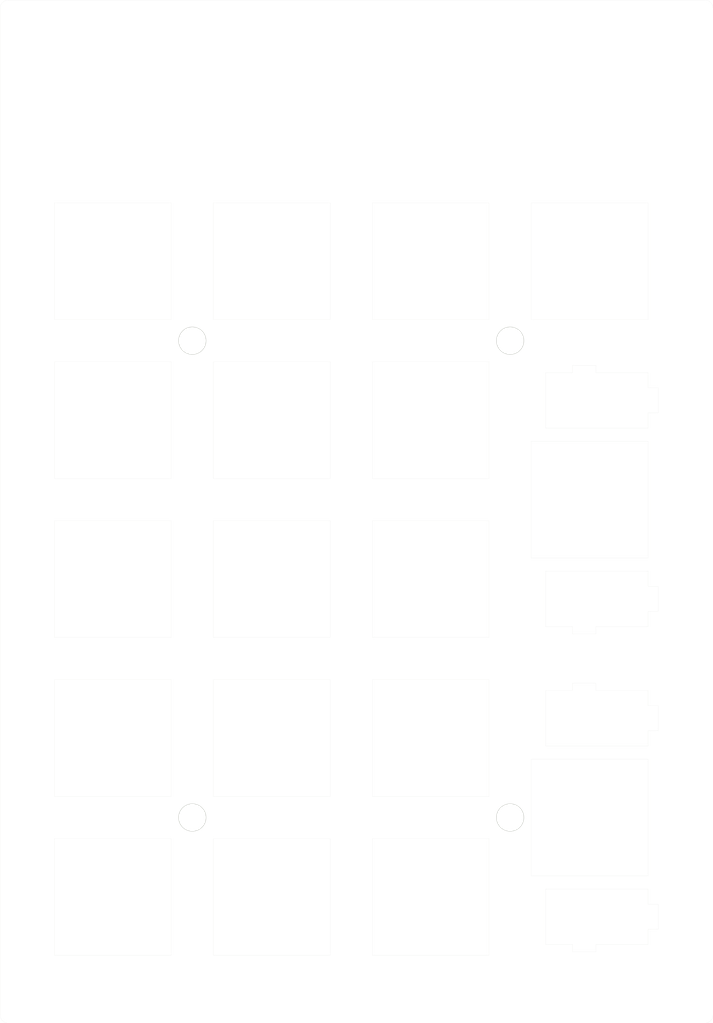
<source format=kicad_pcb>
(kicad_pcb (version 20171130) (host pcbnew "(5.1.6)-1")

  (general
    (thickness 1.6)
    (drawings 12)
    (tracks 0)
    (zones 0)
    (modules 22)
    (nets 1)
  )

  (page A4)
  (layers
    (0 F.Cu signal)
    (31 B.Cu signal)
    (32 B.Adhes user)
    (33 F.Adhes user)
    (34 B.Paste user)
    (35 F.Paste user)
    (36 B.SilkS user)
    (37 F.SilkS user)
    (38 B.Mask user)
    (39 F.Mask user)
    (40 Dwgs.User user)
    (41 Cmts.User user)
    (42 Eco1.User user)
    (43 Eco2.User user)
    (44 Edge.Cuts user)
    (45 Margin user)
    (46 B.CrtYd user)
    (47 F.CrtYd user)
    (48 B.Fab user)
    (49 F.Fab user)
  )

  (setup
    (last_trace_width 0.25)
    (user_trace_width 0.5)
    (user_trace_width 0.6)
    (trace_clearance 0.2)
    (zone_clearance 0.508)
    (zone_45_only no)
    (trace_min 0.2)
    (via_size 0.7)
    (via_drill 0.35)
    (via_min_size 0.4)
    (via_min_drill 0.3)
    (uvia_size 0.3)
    (uvia_drill 0.1)
    (uvias_allowed no)
    (uvia_min_size 0.2)
    (uvia_min_drill 0.1)
    (edge_width 0.01)
    (segment_width 0.2)
    (pcb_text_width 0.3)
    (pcb_text_size 1.5 1.5)
    (mod_edge_width 0.12)
    (mod_text_size 1 1)
    (mod_text_width 0.15)
    (pad_size 1.7526 1.7526)
    (pad_drill 1.0922)
    (pad_to_mask_clearance 0.051)
    (solder_mask_min_width 0.25)
    (aux_axis_origin 0 0)
    (grid_origin 127 73.025)
    (visible_elements 7FFFFFFF)
    (pcbplotparams
      (layerselection 0x010fc_ffffffff)
      (usegerberextensions false)
      (usegerberattributes false)
      (usegerberadvancedattributes false)
      (creategerberjobfile false)
      (excludeedgelayer true)
      (linewidth 0.100000)
      (plotframeref false)
      (viasonmask false)
      (mode 1)
      (useauxorigin false)
      (hpglpennumber 1)
      (hpglpenspeed 20)
      (hpglpendiameter 15.000000)
      (psnegative false)
      (psa4output false)
      (plotreference true)
      (plotvalue true)
      (plotinvisibletext false)
      (padsonsilk false)
      (subtractmaskfromsilk false)
      (outputformat 3)
      (mirror false)
      (drillshape 0)
      (scaleselection 1)
      (outputdirectory "Numpad_Case_DXF/"))
  )

  (net 0 "")

  (net_class Default "This is the default net class."
    (clearance 0.2)
    (trace_width 0.25)
    (via_dia 0.7)
    (via_drill 0.35)
    (uvia_dia 0.3)
    (uvia_drill 0.1)
  )

  (net_class Data ""
    (clearance 0.2)
    (trace_width 0.25)
    (via_dia 0.7)
    (via_drill 0.35)
    (uvia_dia 0.3)
    (uvia_drill 0.1)
  )

  (net_class Power ""
    (clearance 0.2)
    (trace_width 0.5)
    (via_dia 0.7)
    (via_drill 0.35)
    (uvia_dia 0.3)
    (uvia_drill 0.1)
  )

  (net_class Thing ""
    (clearance 0.2)
    (trace_width 0.6)
    (via_dia 0.7)
    (via_drill 0.35)
    (uvia_dia 0.3)
    (uvia_drill 0.1)
  )

  (module "Custom Parts:MX_Cutout_2U_Tight" (layer F.Cu) (tedit 5F61B744) (tstamp 5F627A56)
    (at 174.625 130.175 90)
    (path /5DBB9BAF)
    (fp_text reference SW19 (at 7.1 8.2 90) (layer F.SilkS) hide
      (effects (font (size 1 1) (thickness 0.15)))
    )
    (fp_text value MX (at -4.8 8.3 90) (layer F.Fab) hide
      (effects (font (size 1 1) (thickness 0.15)))
    )
    (fp_line (start 16.1 0.754) (end 15.225 0.754) (layer Edge.Cuts) (width 0.01))
    (fp_line (start 16.1 0.754) (end 16.1 -2.046) (layer Edge.Cuts) (width 0.01))
    (fp_line (start 16.1 -2.046) (end 15.225 -2.046) (layer Edge.Cuts) (width 0.01))
    (fp_line (start 13.4 8.224) (end 13.4 7.024) (layer Edge.Cuts) (width 0.01))
    (fp_line (start 10.4 8.224) (end 10.4 7.024) (layer Edge.Cuts) (width 0.01))
    (fp_line (start 15.225 7.024) (end 13.4 7.024) (layer Edge.Cuts) (width 0.01))
    (fp_line (start 10.4 7.024) (end 8.575 7.024) (layer Edge.Cuts) (width 0.01))
    (fp_line (start 13.4 8.224) (end 10.4 8.224) (layer Edge.Cuts) (width 0.01))
    (fp_line (start 15.225 7.024) (end 15.225 0.754) (layer Edge.Cuts) (width 0.01))
    (fp_line (start 15.225 -2.046) (end 15.225 -5.276) (layer Edge.Cuts) (width 0.01))
    (fp_line (start 15.225 -5.276) (end 8.575 -5.276) (layer Edge.Cuts) (width 0.01))
    (fp_line (start 8.575 7.024) (end 8.575 -5.276) (layer Edge.Cuts) (width 0.01))
    (fp_line (start 7 7) (end 7 -7) (layer Edge.Cuts) (width 0.01))
    (fp_line (start 7 -7) (end -7 -7) (layer Edge.Cuts) (width 0.01))
    (fp_line (start 7 7) (end -7 7) (layer Edge.Cuts) (width 0.01))
    (fp_line (start -7 7) (end -7 -7) (layer Edge.Cuts) (width 0.01))
    (fp_line (start -8.575 7.024) (end -10.4 7.024) (layer Edge.Cuts) (width 0.01))
    (fp_line (start -10.4 8.224) (end -10.4 7.024) (layer Edge.Cuts) (width 0.01))
    (fp_line (start -10.4 8.224) (end -13.4 8.224) (layer Edge.Cuts) (width 0.01))
    (fp_line (start -13.4 8.224) (end -13.4 7.024) (layer Edge.Cuts) (width 0.01))
    (fp_line (start -13.4 7.024) (end -15.225 7.024) (layer Edge.Cuts) (width 0.01))
    (fp_line (start -15.225 7.024) (end -15.225 0.754) (layer Edge.Cuts) (width 0.01))
    (fp_line (start -15.225 0.754) (end -16.1 0.754) (layer Edge.Cuts) (width 0.01))
    (fp_line (start -16.1 0.754) (end -16.1 -2.046) (layer Edge.Cuts) (width 0.01))
    (fp_line (start -15.225 -2.046) (end -16.1 -2.046) (layer Edge.Cuts) (width 0.01))
    (fp_line (start -15.225 -2.046) (end -15.225 -5.276) (layer Edge.Cuts) (width 0.01))
    (fp_line (start -8.575 -5.276) (end -15.225 -5.276) (layer Edge.Cuts) (width 0.01))
    (fp_line (start -8.575 7.024) (end -8.575 -5.276) (layer Edge.Cuts) (width 0.01))
  )

  (module "Custom Parts:MX_Cutout_2U_Tight" (layer F.Cu) (tedit 5F61B744) (tstamp 5F6277DA)
    (at 174.625 92.075 90)
    (path /5DBA68FB)
    (fp_text reference SW18 (at 7.1 8.2 90) (layer F.SilkS) hide
      (effects (font (size 1 1) (thickness 0.15)))
    )
    (fp_text value MX (at -4.8 8.3 90) (layer F.Fab) hide
      (effects (font (size 1 1) (thickness 0.15)))
    )
    (fp_line (start 16.1 0.754) (end 15.225 0.754) (layer Edge.Cuts) (width 0.01))
    (fp_line (start 16.1 0.754) (end 16.1 -2.046) (layer Edge.Cuts) (width 0.01))
    (fp_line (start 16.1 -2.046) (end 15.225 -2.046) (layer Edge.Cuts) (width 0.01))
    (fp_line (start 13.4 8.224) (end 13.4 7.024) (layer Edge.Cuts) (width 0.01))
    (fp_line (start 10.4 8.224) (end 10.4 7.024) (layer Edge.Cuts) (width 0.01))
    (fp_line (start 15.225 7.024) (end 13.4 7.024) (layer Edge.Cuts) (width 0.01))
    (fp_line (start 10.4 7.024) (end 8.575 7.024) (layer Edge.Cuts) (width 0.01))
    (fp_line (start 13.4 8.224) (end 10.4 8.224) (layer Edge.Cuts) (width 0.01))
    (fp_line (start 15.225 7.024) (end 15.225 0.754) (layer Edge.Cuts) (width 0.01))
    (fp_line (start 15.225 -2.046) (end 15.225 -5.276) (layer Edge.Cuts) (width 0.01))
    (fp_line (start 15.225 -5.276) (end 8.575 -5.276) (layer Edge.Cuts) (width 0.01))
    (fp_line (start 8.575 7.024) (end 8.575 -5.276) (layer Edge.Cuts) (width 0.01))
    (fp_line (start 7 7) (end 7 -7) (layer Edge.Cuts) (width 0.01))
    (fp_line (start 7 -7) (end -7 -7) (layer Edge.Cuts) (width 0.01))
    (fp_line (start 7 7) (end -7 7) (layer Edge.Cuts) (width 0.01))
    (fp_line (start -7 7) (end -7 -7) (layer Edge.Cuts) (width 0.01))
    (fp_line (start -8.575 7.024) (end -10.4 7.024) (layer Edge.Cuts) (width 0.01))
    (fp_line (start -10.4 8.224) (end -10.4 7.024) (layer Edge.Cuts) (width 0.01))
    (fp_line (start -10.4 8.224) (end -13.4 8.224) (layer Edge.Cuts) (width 0.01))
    (fp_line (start -13.4 8.224) (end -13.4 7.024) (layer Edge.Cuts) (width 0.01))
    (fp_line (start -13.4 7.024) (end -15.225 7.024) (layer Edge.Cuts) (width 0.01))
    (fp_line (start -15.225 7.024) (end -15.225 0.754) (layer Edge.Cuts) (width 0.01))
    (fp_line (start -15.225 0.754) (end -16.1 0.754) (layer Edge.Cuts) (width 0.01))
    (fp_line (start -16.1 0.754) (end -16.1 -2.046) (layer Edge.Cuts) (width 0.01))
    (fp_line (start -15.225 -2.046) (end -16.1 -2.046) (layer Edge.Cuts) (width 0.01))
    (fp_line (start -15.225 -2.046) (end -15.225 -5.276) (layer Edge.Cuts) (width 0.01))
    (fp_line (start -8.575 -5.276) (end -15.225 -5.276) (layer Edge.Cuts) (width 0.01))
    (fp_line (start -8.575 7.024) (end -8.575 -5.276) (layer Edge.Cuts) (width 0.01))
  )

  (module "Custom Parts:MX_Cutout_Tight" (layer F.Cu) (tedit 5F61B72F) (tstamp 5F627ABF)
    (at 136.525 139.7)
    (path /5F65EF59)
    (fp_text reference SW11 (at 7.1 8.2) (layer F.SilkS) hide
      (effects (font (size 1 1) (thickness 0.15)))
    )
    (fp_text value MX (at -4.8 8.3) (layer F.Fab) hide
      (effects (font (size 1 1) (thickness 0.15)))
    )
    (fp_line (start -7 -7) (end -7 7) (layer Edge.Cuts) (width 0.01))
    (fp_line (start -7 7) (end 7 7) (layer Edge.Cuts) (width 0.01))
    (fp_line (start -7 -7) (end 7 -7) (layer Edge.Cuts) (width 0.01))
    (fp_line (start 7 -7) (end 7 7) (layer Edge.Cuts) (width 0.01))
  )

  (module "Custom Parts:MX_Cutout_Tight" (layer F.Cu) (tedit 5F61B72F) (tstamp 5F627A92)
    (at 117.475 139.7)
    (path /5F65E88B)
    (fp_text reference SW6 (at 7.1 8.2) (layer F.SilkS) hide
      (effects (font (size 1 1) (thickness 0.15)))
    )
    (fp_text value MX (at -4.8 8.3) (layer F.Fab) hide
      (effects (font (size 1 1) (thickness 0.15)))
    )
    (fp_line (start -7 -7) (end -7 7) (layer Edge.Cuts) (width 0.01))
    (fp_line (start -7 7) (end 7 7) (layer Edge.Cuts) (width 0.01))
    (fp_line (start -7 -7) (end 7 -7) (layer Edge.Cuts) (width 0.01))
    (fp_line (start 7 -7) (end 7 7) (layer Edge.Cuts) (width 0.01))
  )

  (module "Custom Parts:MX_Cutout_Tight" (layer F.Cu) (tedit 5F61B72F) (tstamp 5F627A29)
    (at 155.575 139.7)
    (path /5DBF2A61)
    (fp_text reference SW16 (at 7.1 8.2) (layer F.SilkS) hide
      (effects (font (size 1 1) (thickness 0.15)))
    )
    (fp_text value MX (at -4.8 8.3) (layer F.Fab) hide
      (effects (font (size 1 1) (thickness 0.15)))
    )
    (fp_line (start -7 -7) (end -7 7) (layer Edge.Cuts) (width 0.01))
    (fp_line (start -7 7) (end 7 7) (layer Edge.Cuts) (width 0.01))
    (fp_line (start -7 -7) (end 7 -7) (layer Edge.Cuts) (width 0.01))
    (fp_line (start 7 -7) (end 7 7) (layer Edge.Cuts) (width 0.01))
  )

  (module "Custom Parts:MX_Cutout_Tight" (layer F.Cu) (tedit 5F61B72F) (tstamp 5F6279FC)
    (at 155.575 120.65)
    (path /5DBD3C23)
    (fp_text reference SW15 (at 7.1 8.2) (layer F.SilkS) hide
      (effects (font (size 1 1) (thickness 0.15)))
    )
    (fp_text value MX (at -4.8 8.3) (layer F.Fab) hide
      (effects (font (size 1 1) (thickness 0.15)))
    )
    (fp_line (start -7 -7) (end -7 7) (layer Edge.Cuts) (width 0.01))
    (fp_line (start -7 7) (end 7 7) (layer Edge.Cuts) (width 0.01))
    (fp_line (start -7 -7) (end 7 -7) (layer Edge.Cuts) (width 0.01))
    (fp_line (start 7 -7) (end 7 7) (layer Edge.Cuts) (width 0.01))
  )

  (module "Custom Parts:MX_Cutout_Tight" (layer F.Cu) (tedit 5F61B72F) (tstamp 5F6279CF)
    (at 117.475 82.55)
    (path /5DBA68C5)
    (fp_text reference SW3 (at 7.1 8.2) (layer F.SilkS) hide
      (effects (font (size 1 1) (thickness 0.15)))
    )
    (fp_text value MX (at -4.8 8.3) (layer F.Fab) hide
      (effects (font (size 1 1) (thickness 0.15)))
    )
    (fp_line (start -7 -7) (end -7 7) (layer Edge.Cuts) (width 0.01))
    (fp_line (start -7 7) (end 7 7) (layer Edge.Cuts) (width 0.01))
    (fp_line (start -7 -7) (end 7 -7) (layer Edge.Cuts) (width 0.01))
    (fp_line (start 7 -7) (end 7 7) (layer Edge.Cuts) (width 0.01))
  )

  (module "Custom Parts:MX_Cutout_Tight" (layer F.Cu) (tedit 5F61B72F) (tstamp 5F6279A2)
    (at 136.525 120.65)
    (path /5DBD3C11)
    (fp_text reference SW10 (at 7.1 8.2) (layer F.SilkS) hide
      (effects (font (size 1 1) (thickness 0.15)))
    )
    (fp_text value MX (at -4.8 8.3) (layer F.Fab) hide
      (effects (font (size 1 1) (thickness 0.15)))
    )
    (fp_line (start -7 -7) (end -7 7) (layer Edge.Cuts) (width 0.01))
    (fp_line (start -7 7) (end 7 7) (layer Edge.Cuts) (width 0.01))
    (fp_line (start -7 -7) (end 7 -7) (layer Edge.Cuts) (width 0.01))
    (fp_line (start 7 -7) (end 7 7) (layer Edge.Cuts) (width 0.01))
  )

  (module "Custom Parts:MX_Cutout_Tight" (layer F.Cu) (tedit 5F61B72F) (tstamp 5F627975)
    (at 136.525 82.55)
    (path /5DBA68D7)
    (fp_text reference SW8 (at 7.1 8.2) (layer F.SilkS) hide
      (effects (font (size 1 1) (thickness 0.15)))
    )
    (fp_text value MX (at -4.8 8.3) (layer F.Fab) hide
      (effects (font (size 1 1) (thickness 0.15)))
    )
    (fp_line (start -7 -7) (end -7 7) (layer Edge.Cuts) (width 0.01))
    (fp_line (start -7 7) (end 7 7) (layer Edge.Cuts) (width 0.01))
    (fp_line (start -7 -7) (end 7 -7) (layer Edge.Cuts) (width 0.01))
    (fp_line (start 7 -7) (end 7 7) (layer Edge.Cuts) (width 0.01))
  )

  (module "Custom Parts:MX_Cutout_Tight" (layer F.Cu) (tedit 5F61B72F) (tstamp 5F627948)
    (at 117.475 101.6)
    (path /5DBB9B79)
    (fp_text reference SW4 (at 7.1 8.2) (layer F.SilkS) hide
      (effects (font (size 1 1) (thickness 0.15)))
    )
    (fp_text value MX (at -4.8 8.3) (layer F.Fab) hide
      (effects (font (size 1 1) (thickness 0.15)))
    )
    (fp_line (start -7 -7) (end -7 7) (layer Edge.Cuts) (width 0.01))
    (fp_line (start -7 7) (end 7 7) (layer Edge.Cuts) (width 0.01))
    (fp_line (start -7 -7) (end 7 -7) (layer Edge.Cuts) (width 0.01))
    (fp_line (start 7 -7) (end 7 7) (layer Edge.Cuts) (width 0.01))
  )

  (module "Custom Parts:MX_Cutout_Tight" (layer F.Cu) (tedit 5F61B72F) (tstamp 5F62791B)
    (at 136.525 63.5)
    (path /5DB6DBBF)
    (fp_text reference SW7 (at 7.1 8.2) (layer F.SilkS) hide
      (effects (font (size 1 1) (thickness 0.15)))
    )
    (fp_text value MX (at -4.8 8.3) (layer F.Fab) hide
      (effects (font (size 1 1) (thickness 0.15)))
    )
    (fp_line (start -7 -7) (end -7 7) (layer Edge.Cuts) (width 0.01))
    (fp_line (start -7 7) (end 7 7) (layer Edge.Cuts) (width 0.01))
    (fp_line (start -7 -7) (end 7 -7) (layer Edge.Cuts) (width 0.01))
    (fp_line (start 7 -7) (end 7 7) (layer Edge.Cuts) (width 0.01))
  )

  (module "Custom Parts:MX_Cutout_Tight" (layer F.Cu) (tedit 5F61B72F) (tstamp 5F6278EE)
    (at 155.575 63.5)
    (path /5DB7CFC1)
    (fp_text reference SW12 (at 7.1 8.2) (layer F.SilkS) hide
      (effects (font (size 1 1) (thickness 0.15)))
    )
    (fp_text value MX (at -4.8 8.3) (layer F.Fab) hide
      (effects (font (size 1 1) (thickness 0.15)))
    )
    (fp_line (start -7 -7) (end -7 7) (layer Edge.Cuts) (width 0.01))
    (fp_line (start -7 7) (end 7 7) (layer Edge.Cuts) (width 0.01))
    (fp_line (start -7 -7) (end 7 -7) (layer Edge.Cuts) (width 0.01))
    (fp_line (start 7 -7) (end 7 7) (layer Edge.Cuts) (width 0.01))
  )

  (module "Custom Parts:MX_Cutout_Tight" (layer F.Cu) (tedit 5F61B72F) (tstamp 5F6278C1)
    (at 117.475 120.65)
    (path /5DBD3BFF)
    (fp_text reference SW5 (at 7.1 8.2) (layer F.SilkS) hide
      (effects (font (size 1 1) (thickness 0.15)))
    )
    (fp_text value MX (at -4.8 8.3) (layer F.Fab) hide
      (effects (font (size 1 1) (thickness 0.15)))
    )
    (fp_line (start -7 -7) (end -7 7) (layer Edge.Cuts) (width 0.01))
    (fp_line (start -7 7) (end 7 7) (layer Edge.Cuts) (width 0.01))
    (fp_line (start -7 -7) (end 7 -7) (layer Edge.Cuts) (width 0.01))
    (fp_line (start 7 -7) (end 7 7) (layer Edge.Cuts) (width 0.01))
  )

  (module "Custom Parts:MX_Cutout_Tight" (layer F.Cu) (tedit 5F61B72F) (tstamp 5F627894)
    (at 174.625 63.5)
    (path /5DB7CFD3)
    (fp_text reference SW17 (at 7.1 8.2) (layer F.SilkS) hide
      (effects (font (size 1 1) (thickness 0.15)))
    )
    (fp_text value MX (at -4.8 8.3) (layer F.Fab) hide
      (effects (font (size 1 1) (thickness 0.15)))
    )
    (fp_line (start -7 -7) (end -7 7) (layer Edge.Cuts) (width 0.01))
    (fp_line (start -7 7) (end 7 7) (layer Edge.Cuts) (width 0.01))
    (fp_line (start -7 -7) (end 7 -7) (layer Edge.Cuts) (width 0.01))
    (fp_line (start 7 -7) (end 7 7) (layer Edge.Cuts) (width 0.01))
  )

  (module "Custom Parts:MX_Cutout_Tight" (layer F.Cu) (tedit 5F61B72F) (tstamp 5F627867)
    (at 155.575 82.55)
    (path /5DBA68E9)
    (fp_text reference SW13 (at 7.1 8.2) (layer F.SilkS) hide
      (effects (font (size 1 1) (thickness 0.15)))
    )
    (fp_text value MX (at -4.8 8.3) (layer F.Fab) hide
      (effects (font (size 1 1) (thickness 0.15)))
    )
    (fp_line (start -7 -7) (end -7 7) (layer Edge.Cuts) (width 0.01))
    (fp_line (start -7 7) (end 7 7) (layer Edge.Cuts) (width 0.01))
    (fp_line (start -7 -7) (end 7 -7) (layer Edge.Cuts) (width 0.01))
    (fp_line (start 7 -7) (end 7 7) (layer Edge.Cuts) (width 0.01))
  )

  (module "Custom Parts:MX_Cutout_Tight" (layer F.Cu) (tedit 5F61B72F) (tstamp 5F62783A)
    (at 155.575 101.6)
    (path /5DBB9B9D)
    (fp_text reference SW14 (at 7.1 8.2) (layer F.SilkS) hide
      (effects (font (size 1 1) (thickness 0.15)))
    )
    (fp_text value MX (at -4.8 8.3) (layer F.Fab) hide
      (effects (font (size 1 1) (thickness 0.15)))
    )
    (fp_line (start -7 -7) (end -7 7) (layer Edge.Cuts) (width 0.01))
    (fp_line (start -7 7) (end 7 7) (layer Edge.Cuts) (width 0.01))
    (fp_line (start -7 -7) (end 7 -7) (layer Edge.Cuts) (width 0.01))
    (fp_line (start 7 -7) (end 7 7) (layer Edge.Cuts) (width 0.01))
  )

  (module "Custom Parts:MX_Cutout_Tight" (layer F.Cu) (tedit 5F61B72F) (tstamp 5F62780D)
    (at 117.475 63.5)
    (path /5E7F9F5F)
    (fp_text reference SW2 (at 7.1 8.2) (layer F.SilkS) hide
      (effects (font (size 1 1) (thickness 0.15)))
    )
    (fp_text value MX (at -4.8 8.3) (layer F.Fab) hide
      (effects (font (size 1 1) (thickness 0.15)))
    )
    (fp_line (start -7 -7) (end -7 7) (layer Edge.Cuts) (width 0.01))
    (fp_line (start -7 7) (end 7 7) (layer Edge.Cuts) (width 0.01))
    (fp_line (start -7 -7) (end 7 -7) (layer Edge.Cuts) (width 0.01))
    (fp_line (start 7 -7) (end 7 7) (layer Edge.Cuts) (width 0.01))
  )

  (module "Custom Parts:MX_Cutout_Tight" (layer F.Cu) (tedit 5F61B72F) (tstamp 5F6277AD)
    (at 136.525 101.6)
    (path /5DBB9B8B)
    (fp_text reference SW9 (at 7.1 8.2) (layer F.SilkS) hide
      (effects (font (size 1 1) (thickness 0.15)))
    )
    (fp_text value MX (at -4.8 8.3) (layer F.Fab) hide
      (effects (font (size 1 1) (thickness 0.15)))
    )
    (fp_line (start -7 -7) (end -7 7) (layer Edge.Cuts) (width 0.01))
    (fp_line (start -7 7) (end 7 7) (layer Edge.Cuts) (width 0.01))
    (fp_line (start -7 -7) (end 7 -7) (layer Edge.Cuts) (width 0.01))
    (fp_line (start 7 -7) (end 7 7) (layer Edge.Cuts) (width 0.01))
  )

  (module MountingHole:MountingHole_3.2mm_M3 (layer F.Cu) (tedit 56D1B4CB) (tstamp 5DC2C48A)
    (at 127 73.025)
    (descr "Mounting Hole 3.2mm, no annular, M3")
    (tags "mounting hole 3.2mm no annular m3")
    (path /5E8D7F77)
    (attr virtual)
    (fp_text reference H1 (at 0 -3.2) (layer F.SilkS) hide
      (effects (font (size 1 1) (thickness 0.15)))
    )
    (fp_text value MountingHole (at 0 3.2) (layer F.Fab)
      (effects (font (size 1 1) (thickness 0.15)))
    )
    (fp_circle (center 0 0) (end 3.2 0) (layer Cmts.User) (width 0.15))
    (fp_circle (center 0 0) (end 3.45 0) (layer F.CrtYd) (width 0.05))
    (fp_text user %R (at 0.3 0) (layer F.Fab)
      (effects (font (size 1 1) (thickness 0.15)))
    )
    (pad 1 np_thru_hole circle (at 0 0) (size 3.2 3.2) (drill 3.2) (layers *.Cu *.Mask))
  )

  (module MountingHole:MountingHole_3.2mm_M3 (layer F.Cu) (tedit 56D1B4CB) (tstamp 5F609FD8)
    (at 165.1 73.025)
    (descr "Mounting Hole 3.2mm, no annular, M3")
    (tags "mounting hole 3.2mm no annular m3")
    (path /5E8D7F71)
    (attr virtual)
    (fp_text reference H2 (at 0 -3.2) (layer F.SilkS) hide
      (effects (font (size 1 1) (thickness 0.15)))
    )
    (fp_text value MountingHole (at 0 3.2) (layer F.Fab)
      (effects (font (size 1 1) (thickness 0.15)))
    )
    (fp_circle (center 0 0) (end 3.2 0) (layer Cmts.User) (width 0.15))
    (fp_circle (center 0 0) (end 3.45 0) (layer F.CrtYd) (width 0.05))
    (fp_text user %R (at 0.3 0) (layer F.Fab)
      (effects (font (size 1 1) (thickness 0.15)))
    )
    (pad 1 np_thru_hole circle (at 0 0) (size 3.2 3.2) (drill 3.2) (layers *.Cu *.Mask))
  )

  (module MountingHole:MountingHole_3.2mm_M3 (layer F.Cu) (tedit 56D1B4CB) (tstamp 5DC2C4A2)
    (at 127 130.175)
    (descr "Mounting Hole 3.2mm, no annular, M3")
    (tags "mounting hole 3.2mm no annular m3")
    (path /5E19BF75)
    (attr virtual)
    (fp_text reference H4 (at 0 -3.2) (layer F.SilkS) hide
      (effects (font (size 1 1) (thickness 0.15)))
    )
    (fp_text value MountingHole (at 0 3.2) (layer F.Fab)
      (effects (font (size 1 1) (thickness 0.15)))
    )
    (fp_circle (center 0 0) (end 3.2 0) (layer Cmts.User) (width 0.15))
    (fp_circle (center 0 0) (end 3.45 0) (layer F.CrtYd) (width 0.05))
    (fp_text user %R (at 0.3 0) (layer F.Fab)
      (effects (font (size 1 1) (thickness 0.15)))
    )
    (pad 1 np_thru_hole circle (at 0 0) (size 3.2 3.2) (drill 3.2) (layers *.Cu *.Mask))
  )

  (module MountingHole:MountingHole_3.2mm_M3 (layer F.Cu) (tedit 56D1B4CB) (tstamp 5DC2C49A)
    (at 165.1 130.175)
    (descr "Mounting Hole 3.2mm, no annular, M3")
    (tags "mounting hole 3.2mm no annular m3")
    (path /5E8D7F6B)
    (attr virtual)
    (fp_text reference H3 (at 0 -3.2) (layer F.SilkS) hide
      (effects (font (size 1 1) (thickness 0.15)))
    )
    (fp_text value MountingHole (at 0 3.2) (layer F.Fab)
      (effects (font (size 1 1) (thickness 0.15)))
    )
    (fp_circle (center 0 0) (end 3.2 0) (layer Cmts.User) (width 0.15))
    (fp_circle (center 0 0) (end 3.45 0) (layer F.CrtYd) (width 0.05))
    (fp_text user %R (at 0.3 0) (layer F.Fab)
      (effects (font (size 1 1) (thickness 0.15)))
    )
    (pad 1 np_thru_hole circle (at 0 0) (size 3.2 3.2) (drill 3.2) (layers *.Cu *.Mask))
  )

  (gr_circle (center 127 130.175) (end 128.6 130.175) (layer Edge.Cuts) (width 0.15) (tstamp 5F61B69F))
  (gr_circle (center 165.1 130.175) (end 166.7 130.175) (layer Edge.Cuts) (width 0.15) (tstamp 5F61B69F))
  (gr_circle (center 165.1 73.025) (end 166.7 73.025) (layer Edge.Cuts) (width 0.15) (tstamp 5F61B69F))
  (gr_circle (center 127 73.025) (end 128.6 73.025) (layer Edge.Cuts) (width 0.15))
  (gr_line (start 103.95 33.195) (end 103.95 153.8125) (layer Edge.Cuts) (width 0.01) (tstamp 5F6277A4))
  (gr_line (start 104.95 154.8125) (end 188.42 154.8125) (layer Edge.Cuts) (width 0.01) (tstamp 5F6277A3))
  (gr_arc (start 188.42 33.195) (end 189.42 33.195) (angle -90) (layer Edge.Cuts) (width 0.01) (tstamp 5F6277A2))
  (gr_line (start 189.42 153.8125) (end 189.42 33.195) (layer Edge.Cuts) (width 0.01) (tstamp 5F6277A1))
  (gr_line (start 104.95 32.195) (end 188.42 32.195) (layer Edge.Cuts) (width 0.01) (tstamp 5F6277A0))
  (gr_arc (start 188.42 153.8125) (end 188.42 154.8125) (angle -90) (layer Edge.Cuts) (width 0.01) (tstamp 5F62779F))
  (gr_arc (start 104.95 33.195) (end 104.95 32.195) (angle -90) (layer Edge.Cuts) (width 0.01) (tstamp 5F62779E))
  (gr_arc (start 104.95 153.8125) (end 103.95 153.8125) (angle -90) (layer Edge.Cuts) (width 0.01) (tstamp 5F62779D))

)

</source>
